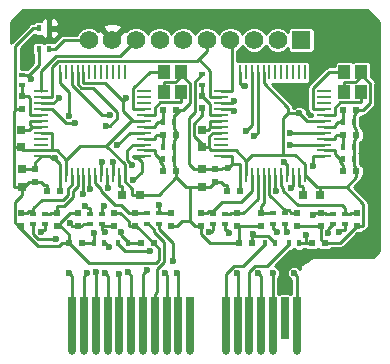
<source format=gtl>
G04 #@! TF.GenerationSoftware,KiCad,Pcbnew,5.0.0-rc2-dev-unknown-2c85de3~62~ubuntu16.04.1*
G04 #@! TF.CreationDate,2018-03-03T01:16:51+03:00*
G04 #@! TF.ProjectId,din_meter_atm90e36,64696E5F6D657465725F61746D393065,rev?*
G04 #@! TF.SameCoordinates,Original*
G04 #@! TF.FileFunction,Copper,L1,Top,Mixed*
G04 #@! TF.FilePolarity,Positive*
%FSLAX46Y46*%
G04 Gerber Fmt 4.6, Leading zero omitted, Abs format (unit mm)*
G04 Created by KiCad (PCBNEW 5.0.0-rc2-dev-unknown-2c85de3~62~ubuntu16.04.1) date Sat Mar  3 01:16:51 2018*
%MOMM*%
%LPD*%
G01*
G04 APERTURE LIST*
%ADD10C,0.650000*%
%ADD11R,0.650000X4.600000*%
%ADD12R,0.650000X3.600000*%
%ADD13R,0.600000X0.500000*%
%ADD14R,0.500000X0.600000*%
%ADD15R,0.600000X0.400000*%
%ADD16R,0.400000X0.600000*%
%ADD17C,1.575000*%
%ADD18R,1.575000X1.575000*%
%ADD19R,0.800000X0.750000*%
%ADD20R,1.000000X1.150000*%
%ADD21R,0.250000X1.300000*%
%ADD22R,1.300000X0.250000*%
%ADD23R,0.750000X0.800000*%
%ADD24C,0.600000*%
%ADD25C,0.250000*%
%ADD26C,0.254000*%
G04 APERTURE END LIST*
D10*
X136508000Y-87723000D03*
X152508000Y-87723000D03*
X151508000Y-87723000D03*
X150508000Y-87723000D03*
X149508000Y-87723000D03*
X148508000Y-87723000D03*
X135508000Y-87723000D03*
X145508000Y-87723000D03*
X144508000Y-87723000D03*
X143508000Y-87723000D03*
X142508000Y-87723000D03*
X141508000Y-87723000D03*
X140508000Y-87723000D03*
X139508000Y-87723000D03*
X138508000Y-87723000D03*
X137508000Y-87723000D03*
D11*
X149508000Y-85423000D03*
X148508000Y-85423000D03*
X154508000Y-85423000D03*
D12*
X153508000Y-84923000D03*
D11*
X152508000Y-85423000D03*
X151508000Y-85423000D03*
X150508000Y-85423000D03*
X145508000Y-85423000D03*
X144508000Y-85423000D03*
X143508000Y-85423000D03*
X142508000Y-85423000D03*
X141508000Y-85423000D03*
X140508000Y-85423000D03*
X139508000Y-85423000D03*
X138508000Y-85423000D03*
X137508000Y-85423000D03*
X136508000Y-85423000D03*
X135508000Y-85423000D03*
D10*
X154508000Y-87723000D03*
D13*
X136300000Y-78548000D03*
X135200000Y-78548000D03*
X142396000Y-78548000D03*
X141296000Y-78548000D03*
D14*
X143878000Y-75966000D03*
X143878000Y-77066000D03*
X140830000Y-77066000D03*
X140830000Y-75966000D03*
X139052000Y-77066000D03*
X139052000Y-75966000D03*
X136004000Y-75966000D03*
X136004000Y-77066000D03*
X134226000Y-75966000D03*
X134226000Y-77066000D03*
X131178000Y-77066000D03*
X131178000Y-75966000D03*
D15*
X132194000Y-76066000D03*
X132194000Y-76966000D03*
X133210000Y-76966000D03*
X133210000Y-76066000D03*
X138036000Y-76966000D03*
X138036000Y-76066000D03*
X141846000Y-76908000D03*
X141846000Y-76008000D03*
X142862000Y-76008000D03*
X142862000Y-76908000D03*
D16*
X139364000Y-78548000D03*
X140264000Y-78548000D03*
X137332000Y-78548000D03*
X138232000Y-78548000D03*
D15*
X137020000Y-76066000D03*
X137020000Y-76966000D03*
D14*
X146418000Y-75966000D03*
X146418000Y-77066000D03*
X149466000Y-77108000D03*
X149466000Y-76008000D03*
X151498000Y-75966000D03*
X151498000Y-77066000D03*
X154546000Y-77066000D03*
X154546000Y-75966000D03*
X156578000Y-75966000D03*
X156578000Y-77066000D03*
X159626000Y-77066000D03*
X159626000Y-75966000D03*
D13*
X150736000Y-78548000D03*
X149636000Y-78548000D03*
X156874000Y-78548000D03*
X155774000Y-78548000D03*
D15*
X152514000Y-76008000D03*
X152514000Y-76908000D03*
D16*
X153842000Y-78548000D03*
X154742000Y-78548000D03*
X152710000Y-78548000D03*
X151810000Y-78548000D03*
D15*
X158610000Y-76966000D03*
X158610000Y-76066000D03*
X157594000Y-76066000D03*
X157594000Y-76966000D03*
X153530000Y-76908000D03*
X153530000Y-76008000D03*
X148450000Y-76066000D03*
X148450000Y-76966000D03*
X147434000Y-76966000D03*
X147434000Y-76066000D03*
D16*
X133558000Y-62114200D03*
X132658000Y-62114200D03*
X132673000Y-60360000D03*
X133573000Y-60360000D03*
X143210000Y-70400000D03*
X144110000Y-70400000D03*
D17*
X136907000Y-61341000D03*
X138907000Y-61341000D03*
X140907000Y-61341000D03*
X142907000Y-61341000D03*
X144907000Y-61341000D03*
X146907000Y-61341000D03*
X148907000Y-61341000D03*
X150907000Y-61341000D03*
X152907000Y-61341000D03*
D18*
X154907000Y-61341000D03*
D15*
X146510000Y-64250000D03*
X146510000Y-65150000D03*
D16*
X143210000Y-71450000D03*
X144110000Y-71450000D03*
D13*
X158460000Y-72450000D03*
X159560000Y-72450000D03*
X144310000Y-69400000D03*
X143210000Y-69400000D03*
D14*
X131260000Y-67200000D03*
X131260000Y-66100000D03*
X132360000Y-72300000D03*
X132360000Y-73400000D03*
D13*
X144310000Y-67300000D03*
X143210000Y-67300000D03*
X134460000Y-74150000D03*
X133360000Y-74150000D03*
X159560000Y-67300000D03*
X158460000Y-67300000D03*
X149710000Y-74150000D03*
X148610000Y-74150000D03*
D14*
X147610000Y-72300000D03*
X147610000Y-73400000D03*
X146510000Y-66050000D03*
X146510000Y-67150000D03*
D13*
X143210000Y-72450000D03*
X144310000Y-72450000D03*
X159560000Y-69400000D03*
X158460000Y-69400000D03*
D19*
X141260000Y-74450000D03*
X139760000Y-74450000D03*
X156510000Y-74450000D03*
X155010000Y-74450000D03*
D16*
X159360000Y-71450000D03*
X158460000Y-71450000D03*
X159360000Y-70400000D03*
X158460000Y-70400000D03*
X158460000Y-68300000D03*
X159360000Y-68300000D03*
D15*
X131260000Y-64300000D03*
X131260000Y-65200000D03*
D16*
X144110000Y-68300000D03*
X143210000Y-68300000D03*
D20*
X144710000Y-65775000D03*
X144710000Y-64025000D03*
X143310000Y-64025000D03*
X143310000Y-65775000D03*
X158560000Y-65775000D03*
X158560000Y-64025000D03*
X159960000Y-64025000D03*
X159960000Y-65775000D03*
D21*
X134460000Y-72800000D03*
X134960000Y-72800000D03*
X135460000Y-72800000D03*
X135960000Y-72800000D03*
X136460000Y-72800000D03*
X136960000Y-72800000D03*
X137460000Y-72800000D03*
X137960000Y-72800000D03*
X138460000Y-72800000D03*
X138960000Y-72800000D03*
X139460000Y-72800000D03*
X139960000Y-72800000D03*
D22*
X141560000Y-71200000D03*
X141560000Y-70700000D03*
X141560000Y-70200000D03*
X141560000Y-69700000D03*
X141560000Y-69200000D03*
X141560000Y-68700000D03*
X141560000Y-68200000D03*
X141560000Y-67700000D03*
X141560000Y-67200000D03*
X141560000Y-66700000D03*
X141560000Y-66200000D03*
X141560000Y-65700000D03*
D21*
X139960000Y-64100000D03*
X139460000Y-64100000D03*
X138960000Y-64100000D03*
X138460000Y-64100000D03*
X137960000Y-64100000D03*
X137460000Y-64100000D03*
X136960000Y-64100000D03*
X136460000Y-64100000D03*
X135960000Y-64100000D03*
X135460000Y-64100000D03*
X134960000Y-64100000D03*
X134460000Y-64100000D03*
D22*
X132860000Y-65700000D03*
X132860000Y-66200000D03*
X132860000Y-66700000D03*
X132860000Y-67200000D03*
X132860000Y-67700000D03*
X132860000Y-68200000D03*
X132860000Y-68700000D03*
X132860000Y-69200000D03*
X132860000Y-69700000D03*
X132860000Y-70200000D03*
X132860000Y-70700000D03*
X132860000Y-71200000D03*
X148110000Y-71200000D03*
X148110000Y-70700000D03*
X148110000Y-70200000D03*
X148110000Y-69700000D03*
X148110000Y-69200000D03*
X148110000Y-68700000D03*
X148110000Y-68200000D03*
X148110000Y-67700000D03*
X148110000Y-67200000D03*
X148110000Y-66700000D03*
X148110000Y-66200000D03*
X148110000Y-65700000D03*
D21*
X149710000Y-64100000D03*
X150210000Y-64100000D03*
X150710000Y-64100000D03*
X151210000Y-64100000D03*
X151710000Y-64100000D03*
X152210000Y-64100000D03*
X152710000Y-64100000D03*
X153210000Y-64100000D03*
X153710000Y-64100000D03*
X154210000Y-64100000D03*
X154710000Y-64100000D03*
X155210000Y-64100000D03*
D22*
X156810000Y-65700000D03*
X156810000Y-66200000D03*
X156810000Y-66700000D03*
X156810000Y-67200000D03*
X156810000Y-67700000D03*
X156810000Y-68200000D03*
X156810000Y-68700000D03*
X156810000Y-69200000D03*
X156810000Y-69700000D03*
X156810000Y-70200000D03*
X156810000Y-70700000D03*
X156810000Y-71200000D03*
D21*
X155210000Y-72800000D03*
X154710000Y-72800000D03*
X154210000Y-72800000D03*
X153710000Y-72800000D03*
X153210000Y-72800000D03*
X152710000Y-72800000D03*
X152210000Y-72800000D03*
X151710000Y-72800000D03*
X151210000Y-72800000D03*
X150710000Y-72800000D03*
X150210000Y-72800000D03*
X149710000Y-72800000D03*
D23*
X146510000Y-72300000D03*
X146510000Y-73800000D03*
X146460000Y-70450000D03*
X146460000Y-68950000D03*
X131210000Y-70450000D03*
X131210000Y-68950000D03*
X131260000Y-72300000D03*
X131260000Y-73800000D03*
D24*
X134042000Y-71299300D03*
X148734300Y-72161600D03*
X132026000Y-64664300D03*
X149218500Y-67398600D03*
X135746200Y-68400600D03*
X134363300Y-66240400D03*
X149247700Y-66547600D03*
X154737800Y-67552600D03*
X140045200Y-66275900D03*
X139324400Y-70243200D03*
X153966200Y-69200000D03*
X153980400Y-70200000D03*
X140594600Y-71905800D03*
X155884700Y-71977300D03*
X140673800Y-73211800D03*
X138379200Y-68594300D03*
X138723100Y-67726800D03*
X135228800Y-67820800D03*
X150133900Y-65207100D03*
X150265600Y-69016400D03*
X150940800Y-69487200D03*
X154059300Y-73916100D03*
X155273600Y-77819600D03*
X153401400Y-71675200D03*
X150793100Y-77755100D03*
X152804100Y-74142900D03*
X155877600Y-76141100D03*
X147120600Y-77604956D03*
X136766000Y-81088000D03*
X135215978Y-81078165D03*
X148809000Y-77650600D03*
X137544236Y-81008286D03*
X153675100Y-77587000D03*
X140237823Y-81031676D03*
X157189300Y-77652100D03*
X139505867Y-81195253D03*
X158093100Y-77606700D03*
X138290000Y-81087992D03*
X152821900Y-77594900D03*
X149466000Y-81088000D03*
X136631300Y-75403800D03*
X136384200Y-74376500D03*
X135287800Y-76875100D03*
X138962300Y-71696200D03*
X137354500Y-77724600D03*
X138585262Y-78853987D03*
X154292000Y-81088000D03*
X142058211Y-79246423D03*
X152514010Y-81088000D03*
X139677373Y-77615473D03*
X138583900Y-73907000D03*
X138015100Y-71693200D03*
X142862000Y-75355300D03*
X141846000Y-80833978D03*
X144057745Y-80067388D03*
X137013100Y-73941500D03*
X138287200Y-77637600D03*
X151244000Y-81088000D03*
X138215800Y-75410900D03*
X143370000Y-81088000D03*
X132863900Y-77625800D03*
X144386000Y-81088000D03*
X134157000Y-78201100D03*
D25*
X148110000Y-66200000D02*
X147184700Y-66200000D01*
X132860000Y-66200000D02*
X133785300Y-66200000D01*
X147184700Y-63973200D02*
X147184700Y-66200000D01*
X146212500Y-63000900D02*
X147184700Y-63973200D01*
X146907000Y-62306400D02*
X146212500Y-63000900D01*
X146907000Y-61341000D02*
X146907000Y-62306400D01*
X133785300Y-63598700D02*
X133785300Y-66200000D01*
X134278400Y-63105600D02*
X133785300Y-63598700D01*
X146107800Y-63105600D02*
X134278400Y-63105600D01*
X146212500Y-63000900D02*
X146107800Y-63105600D01*
X134460000Y-74150000D02*
X134460000Y-73624700D01*
X134460000Y-72800000D02*
X134460000Y-73624700D01*
X132658000Y-62114200D02*
X132658000Y-62689500D01*
X131260000Y-72300000D02*
X132360000Y-72300000D01*
X132360000Y-72300000D02*
X132360000Y-71724700D01*
X132360000Y-71724700D02*
X132872400Y-71212300D01*
X132872400Y-71212300D02*
X132860000Y-71200000D01*
X147610000Y-72300000D02*
X148135300Y-72300000D01*
X146510000Y-72300000D02*
X147610000Y-72300000D01*
X148110000Y-71200000D02*
X149035300Y-71200000D01*
X132658000Y-63477300D02*
X131835300Y-64300000D01*
X132658000Y-62689500D02*
X132658000Y-63477300D01*
X146510000Y-72300000D02*
X145859700Y-72300000D01*
X148273700Y-72161600D02*
X148734300Y-72161600D01*
X148135300Y-72300000D02*
X148273700Y-72161600D01*
X145382800Y-71823100D02*
X145859700Y-72300000D01*
X145382800Y-67991600D02*
X145382800Y-71823100D01*
X145886700Y-67487700D02*
X145382800Y-67991600D01*
X145886700Y-64873300D02*
X145886700Y-67487700D01*
X146510000Y-64250000D02*
X145886700Y-64873300D01*
X134460000Y-72800000D02*
X134460000Y-71874700D01*
X132872400Y-71212400D02*
X132872400Y-71212300D01*
X133599600Y-71212400D02*
X132872400Y-71212400D01*
X133686500Y-71299300D02*
X133599600Y-71212400D01*
X134042000Y-71299300D02*
X133686500Y-71299300D01*
X134042000Y-71456700D02*
X134460000Y-71874700D01*
X134042000Y-71299300D02*
X134042000Y-71456700D01*
X149710000Y-74150000D02*
X149710000Y-72800000D01*
X149710000Y-72800000D02*
X149710000Y-71874700D01*
X149035300Y-71874700D02*
X149035300Y-71200000D01*
X149710000Y-71874700D02*
X149035300Y-71874700D01*
X149021200Y-71874700D02*
X148734300Y-72161600D01*
X149035300Y-71874700D02*
X149021200Y-71874700D01*
X131661700Y-64300000D02*
X131835300Y-64300000D01*
X131661700Y-64300000D02*
X131260000Y-64300000D01*
X131661700Y-64300000D02*
X132026000Y-64664300D01*
X149035300Y-67215400D02*
X149218500Y-67398600D01*
X149035300Y-67200000D02*
X149035300Y-67215400D01*
X148110000Y-67200000D02*
X149035300Y-67200000D01*
X132860000Y-67200000D02*
X133785300Y-67200000D01*
X134985900Y-68400600D02*
X133785300Y-67200000D01*
X135746200Y-68400600D02*
X134985900Y-68400600D01*
X148110000Y-66700000D02*
X149035300Y-66700000D01*
X133903700Y-66700000D02*
X132860000Y-66700000D01*
X134363300Y-66240400D02*
X133903700Y-66700000D01*
X149095300Y-66700000D02*
X149247700Y-66547600D01*
X149035300Y-66700000D02*
X149095300Y-66700000D01*
X136960976Y-80258976D02*
X142633128Y-80258976D01*
X142885546Y-79037546D02*
X142396000Y-78548000D01*
X142633128Y-80258976D02*
X142885546Y-80006558D01*
X142885546Y-80006558D02*
X142885546Y-79037546D01*
X135200000Y-78548000D02*
X135250000Y-78548000D01*
X135250000Y-78548000D02*
X136960976Y-80258976D01*
X132360000Y-73400000D02*
X131834700Y-73400000D01*
X132360000Y-73400000D02*
X132885300Y-73400000D01*
X159960000Y-64025000D02*
X159960000Y-64450100D01*
X159560000Y-67300000D02*
X160135300Y-67300000D01*
X144710000Y-64025000D02*
X144710000Y-64450100D01*
X156510000Y-74450000D02*
X156510000Y-73799700D01*
X159360000Y-70400000D02*
X159360000Y-69824700D01*
X159560000Y-72225300D02*
X159560000Y-72450000D01*
X159360000Y-72025300D02*
X159560000Y-72225300D01*
X159560000Y-67524700D02*
X159560000Y-67300000D01*
X159360000Y-67724700D02*
X159560000Y-67524700D01*
X159360000Y-68300000D02*
X159360000Y-67724700D01*
X146510000Y-73800000D02*
X147160300Y-73800000D01*
X159360000Y-71737600D02*
X159360000Y-72025300D01*
X159360000Y-71737600D02*
X159360000Y-71450000D01*
X159360000Y-71450000D02*
X159360000Y-70400000D01*
X159560000Y-69624700D02*
X159560000Y-69400000D01*
X159360000Y-69824700D02*
X159560000Y-69624700D01*
X159360000Y-68674700D02*
X159360000Y-68300000D01*
X159560000Y-68874700D02*
X159360000Y-68674700D01*
X159560000Y-69400000D02*
X159560000Y-68874700D01*
X156578000Y-77066000D02*
X154546000Y-77066000D01*
X134226000Y-77066000D02*
X134488700Y-77066000D01*
X135200000Y-78548000D02*
X135200000Y-78022700D01*
X136460000Y-64100000D02*
X136460000Y-65025300D01*
X144310000Y-69075300D02*
X144110000Y-68875300D01*
X144310000Y-69400000D02*
X144310000Y-69075300D01*
X144110000Y-68300000D02*
X144110000Y-68875300D01*
X144310000Y-67300000D02*
X144597700Y-67300000D01*
X144597700Y-67300000D02*
X144885300Y-67300000D01*
X144173000Y-67724700D02*
X144110000Y-67724700D01*
X144597700Y-67300000D02*
X144173000Y-67724700D01*
X144110000Y-68300000D02*
X144110000Y-67724700D01*
X144235400Y-64924700D02*
X143310000Y-64924700D01*
X144710000Y-64450100D02*
X144235400Y-64924700D01*
X143310000Y-65775000D02*
X143310000Y-64924700D01*
X148110000Y-70700000D02*
X149035300Y-70700000D01*
X155210000Y-72800000D02*
X155210000Y-71874700D01*
X151710000Y-64100000D02*
X151710000Y-65025300D01*
X155385200Y-68200000D02*
X154737800Y-67552600D01*
X156810000Y-68200000D02*
X155385200Y-68200000D01*
X160154000Y-64450100D02*
X159960000Y-64450100D01*
X160735400Y-65031500D02*
X160154000Y-64450100D01*
X160735400Y-66699900D02*
X160735400Y-65031500D01*
X160135300Y-67300000D02*
X160735400Y-66699900D01*
X159485400Y-64924700D02*
X158560000Y-64924700D01*
X159960000Y-64450100D02*
X159485400Y-64924700D01*
X158560000Y-65775000D02*
X158560000Y-64924700D01*
X141560000Y-68200000D02*
X140634700Y-68200000D01*
X139052000Y-75966000D02*
X139577300Y-75966000D01*
X144310000Y-72225300D02*
X144110000Y-72025300D01*
X144310000Y-72450000D02*
X144310000Y-72225300D01*
X144110000Y-71450000D02*
X144110000Y-72025300D01*
X147110300Y-70450000D02*
X147133600Y-70450000D01*
X147426400Y-69200000D02*
X148110000Y-69200000D01*
X147133600Y-69492800D02*
X147426400Y-69200000D01*
X147133600Y-70450000D02*
X147133600Y-69492800D01*
X147184700Y-70501100D02*
X147184700Y-70700000D01*
X147133600Y-70450000D02*
X147184700Y-70501100D01*
X148110000Y-70700000D02*
X147184700Y-70700000D01*
X149636000Y-78548000D02*
X149636000Y-78022700D01*
X156209700Y-73799700D02*
X156510000Y-73799700D01*
X155210000Y-72800000D02*
X156209700Y-73799700D01*
X159560000Y-72450000D02*
X159560000Y-72975300D01*
X159626000Y-77066000D02*
X160151300Y-77066000D01*
X160151300Y-75215400D02*
X160151300Y-77066000D01*
X158735600Y-73799700D02*
X160151300Y-75215400D01*
X156510000Y-73799700D02*
X158735600Y-73799700D01*
X158735600Y-73799700D02*
X159560000Y-72975300D01*
X147186300Y-78548000D02*
X149636000Y-78548000D01*
X146418000Y-77779700D02*
X147186300Y-78548000D01*
X146418000Y-77066000D02*
X146418000Y-77779700D01*
X158144000Y-78548000D02*
X159626000Y-77066000D01*
X156874000Y-78548000D02*
X158144000Y-78548000D01*
X156578000Y-77066000D02*
X156578000Y-77641300D01*
X156578000Y-78252000D02*
X156874000Y-78548000D01*
X156578000Y-77641300D02*
X156578000Y-78252000D01*
X140045200Y-66275900D02*
X139773900Y-66547200D01*
X138252000Y-65025300D02*
X136460000Y-65025300D01*
X139773900Y-66547200D02*
X138252000Y-65025300D01*
X139773900Y-67339200D02*
X140634700Y-68200000D01*
X139773900Y-66547200D02*
X139773900Y-67339200D01*
X131178000Y-77066000D02*
X130915400Y-77066000D01*
X140914000Y-77066000D02*
X142396000Y-78548000D01*
X140830000Y-77066000D02*
X140914000Y-77066000D01*
X153762900Y-67078200D02*
X151710000Y-65025300D01*
X153762900Y-67552600D02*
X153762900Y-67078200D01*
X153762900Y-67552600D02*
X154737800Y-67552600D01*
X154410800Y-71075500D02*
X153342800Y-71075500D01*
X155210000Y-71874700D02*
X154410800Y-71075500D01*
X140830000Y-77066000D02*
X140304700Y-77066000D01*
X140304700Y-76693400D02*
X140304700Y-77066000D01*
X139577300Y-75966000D02*
X140304700Y-76693400D01*
X134390800Y-78781900D02*
X134624700Y-78548000D01*
X132631300Y-78781900D02*
X134390800Y-78781900D01*
X130915400Y-77066000D02*
X132631300Y-78781900D01*
X135200000Y-77777300D02*
X134488700Y-77066000D01*
X135200000Y-78022700D02*
X135200000Y-77777300D01*
X136004000Y-75966000D02*
X135478700Y-75966000D01*
X134488700Y-76832600D02*
X134488700Y-77066000D01*
X135355300Y-75966000D02*
X134488700Y-76832600D01*
X135478700Y-75966000D02*
X135355300Y-75966000D01*
X135200000Y-78548000D02*
X134624700Y-78548000D01*
X132860000Y-70700000D02*
X133785300Y-70700000D01*
X132860000Y-69200000D02*
X133785300Y-69200000D01*
X133785300Y-70700000D02*
X133785300Y-69200000D01*
X145485400Y-66699900D02*
X144885300Y-67300000D01*
X145485400Y-65031500D02*
X145485400Y-66699900D01*
X144904000Y-64450100D02*
X145485400Y-65031500D01*
X144710000Y-64450100D02*
X144904000Y-64450100D01*
X133360000Y-74150000D02*
X133360000Y-73724800D01*
X133110000Y-73624700D02*
X132885300Y-73400000D01*
X133360000Y-73624700D02*
X133110000Y-73624700D01*
X133360000Y-73724800D02*
X133360000Y-73624700D01*
X134960000Y-72800000D02*
X134960000Y-71874700D01*
X135025600Y-71809100D02*
X135025600Y-71469200D01*
X134960000Y-71874700D02*
X135025600Y-71809100D01*
X134256400Y-70700000D02*
X133785300Y-70700000D01*
X135025600Y-71469200D02*
X134256400Y-70700000D01*
X146460000Y-70450000D02*
X146785200Y-70450000D01*
X146785200Y-70450000D02*
X147110300Y-70450000D01*
X145783100Y-68452200D02*
X146510000Y-67725300D01*
X145783100Y-69447900D02*
X145783100Y-68452200D01*
X146785200Y-70450000D02*
X145783100Y-69447900D01*
X146510000Y-67150000D02*
X146510000Y-67725300D01*
X147560300Y-73400000D02*
X147610000Y-73400000D01*
X147160300Y-73800000D02*
X147560300Y-73400000D01*
X148360000Y-73624700D02*
X148610000Y-73624700D01*
X148135300Y-73400000D02*
X148360000Y-73624700D01*
X147610000Y-73400000D02*
X148135300Y-73400000D01*
X148610000Y-74150000D02*
X148610000Y-73624700D01*
X149343900Y-70700000D02*
X149035300Y-70700000D01*
X150210000Y-71566100D02*
X149343900Y-70700000D01*
X150700600Y-71075500D02*
X150210000Y-71566100D01*
X153342800Y-71075500D02*
X150700600Y-71075500D01*
X150210000Y-71566100D02*
X150210000Y-72800000D01*
X130645400Y-76796000D02*
X130915400Y-77066000D01*
X130645400Y-75089900D02*
X130645400Y-76796000D01*
X131260000Y-74475300D02*
X130645400Y-75089900D01*
X131260000Y-73800000D02*
X131260000Y-74475300D01*
X131210000Y-70450000D02*
X130559700Y-70450000D01*
X131210000Y-70450000D02*
X131210000Y-70577600D01*
X131332400Y-70700000D02*
X131934700Y-70700000D01*
X131210000Y-70577600D02*
X131332400Y-70700000D01*
X132860000Y-70700000D02*
X131934700Y-70700000D01*
X144110000Y-71450000D02*
X144110000Y-70400000D01*
X144310000Y-69624700D02*
X144310000Y-69400000D01*
X144110000Y-69824700D02*
X144310000Y-69624700D01*
X144110000Y-70400000D02*
X144110000Y-69824700D01*
X150930700Y-77108000D02*
X150972700Y-77066000D01*
X149636000Y-77108000D02*
X150930700Y-77108000D01*
X149636000Y-78022700D02*
X149636000Y-77108000D01*
X149636000Y-77108000D02*
X149466000Y-77108000D01*
X151498000Y-77066000D02*
X150972700Y-77066000D01*
X131434700Y-73800000D02*
X131834700Y-73400000D01*
X131260000Y-73800000D02*
X131434700Y-73800000D01*
X131260000Y-73800000D02*
X130609700Y-73800000D01*
X130559700Y-73750000D02*
X130559700Y-70450000D01*
X130609700Y-73800000D02*
X130559700Y-73750000D01*
X130559700Y-67375000D02*
X130734700Y-67200000D01*
X130559700Y-70450000D02*
X130559700Y-67375000D01*
X131260000Y-67200000D02*
X130734700Y-67200000D01*
X130684600Y-67149900D02*
X130734700Y-67200000D01*
X130684600Y-61873100D02*
X130684600Y-67149900D01*
X132197700Y-60360000D02*
X130684600Y-61873100D01*
X132673000Y-60360000D02*
X132197700Y-60360000D01*
X146510000Y-73800000D02*
X145859700Y-73800000D01*
X146418000Y-77066000D02*
X145892700Y-77066000D01*
X143878000Y-77066000D02*
X144403300Y-77066000D01*
X140584700Y-73936500D02*
X140584700Y-74450000D01*
X139960000Y-73311800D02*
X140584700Y-73936500D01*
X139960000Y-72800000D02*
X139960000Y-73311800D01*
X145892700Y-77066000D02*
X145488000Y-76661300D01*
X144808000Y-76661300D02*
X144403300Y-77066000D01*
X145488000Y-76661300D02*
X144808000Y-76661300D01*
X141154500Y-74450000D02*
X140584700Y-74450000D01*
X141154500Y-74450000D02*
X141260000Y-74450000D01*
X142835300Y-74450000D02*
X144310000Y-72975300D01*
X141260000Y-74450000D02*
X142835300Y-74450000D01*
X144310000Y-72450000D02*
X144310000Y-72975300D01*
X145134700Y-73800000D02*
X144310000Y-72975300D01*
X145488000Y-73800000D02*
X145134700Y-73800000D01*
X145488000Y-76661300D02*
X145488000Y-73800000D01*
X145488000Y-73800000D02*
X145859700Y-73800000D01*
X139960000Y-72800000D02*
X139960000Y-71874700D01*
X140520000Y-68200000D02*
X140634700Y-68200000D01*
X138402700Y-70317300D02*
X140520000Y-68200000D01*
X138402600Y-70317300D02*
X138402700Y-70317300D01*
X136177500Y-70317300D02*
X138402600Y-70317300D01*
X135025600Y-71469200D02*
X136177500Y-70317300D01*
X138402700Y-70317300D02*
X139960000Y-71874700D01*
X153342800Y-67972700D02*
X153342800Y-71075500D01*
X153762900Y-67552600D02*
X153342800Y-67972700D01*
X142485300Y-68549400D02*
X142734700Y-68300000D01*
X142485300Y-68700000D02*
X142485300Y-68549400D01*
X141560000Y-68700000D02*
X142485300Y-68700000D01*
X143210000Y-68300000D02*
X142972400Y-68300000D01*
X142972400Y-68300000D02*
X142734700Y-68300000D01*
X143210000Y-68062400D02*
X143210000Y-67300000D01*
X142972400Y-68300000D02*
X143210000Y-68062400D01*
X131934700Y-66249400D02*
X131785300Y-66100000D01*
X131934700Y-67700000D02*
X131934700Y-66249400D01*
X132860000Y-67700000D02*
X131934700Y-67700000D01*
X131260000Y-66100000D02*
X131785300Y-66100000D01*
X131260000Y-65200000D02*
X131260000Y-66100000D01*
X142485300Y-69549400D02*
X142634700Y-69400000D01*
X142485300Y-69700000D02*
X142485300Y-69549400D01*
X143210000Y-69400000D02*
X142634700Y-69400000D01*
X141560000Y-69700000D02*
X142485300Y-69700000D01*
X143210000Y-70400000D02*
X143210000Y-69400000D01*
X143210000Y-71450000D02*
X142972400Y-71450000D01*
X142972400Y-71687100D02*
X143210000Y-71924700D01*
X142972400Y-71450000D02*
X142972400Y-71687100D01*
X143210000Y-72450000D02*
X143210000Y-71924700D01*
X142485300Y-70962900D02*
X142972400Y-71450000D01*
X142485300Y-70700000D02*
X142485300Y-70962900D01*
X141560000Y-70700000D02*
X142485300Y-70700000D01*
X157735300Y-68549400D02*
X157984700Y-68300000D01*
X157735300Y-68700000D02*
X157735300Y-68549400D01*
X156810000Y-68700000D02*
X157735300Y-68700000D01*
X158460000Y-68300000D02*
X158222400Y-68300000D01*
X158222400Y-68300000D02*
X157984700Y-68300000D01*
X158460000Y-68062400D02*
X158460000Y-67300000D01*
X158222400Y-68300000D02*
X158460000Y-68062400D01*
X148110000Y-67700000D02*
X147184700Y-67700000D01*
X146510000Y-66129000D02*
X146510000Y-66050000D01*
X147184700Y-66803700D02*
X146510000Y-66129000D01*
X147184700Y-67700000D02*
X147184700Y-66803700D01*
X146510000Y-66050000D02*
X146510000Y-65150000D01*
X157735300Y-69549400D02*
X157884700Y-69400000D01*
X157735300Y-69700000D02*
X157735300Y-69549400D01*
X158460000Y-69400000D02*
X157884700Y-69400000D01*
X156810000Y-69700000D02*
X157735300Y-69700000D01*
X158460000Y-70400000D02*
X158460000Y-69400000D01*
X158460000Y-71450000D02*
X158222400Y-71450000D01*
X158222400Y-71687100D02*
X158460000Y-71924700D01*
X158222400Y-71450000D02*
X158222400Y-71687100D01*
X158460000Y-72450000D02*
X158460000Y-71924700D01*
X157735300Y-70962900D02*
X158222400Y-71450000D01*
X157735300Y-70700000D02*
X157735300Y-70962900D01*
X156810000Y-70700000D02*
X157735300Y-70700000D01*
X148110000Y-68200000D02*
X147184700Y-68200000D01*
X148110000Y-68700000D02*
X147184700Y-68700000D01*
X146460000Y-68950000D02*
X147110300Y-68950000D01*
X147184700Y-68200000D02*
X147184700Y-68700000D01*
X147110300Y-68774400D02*
X147184700Y-68700000D01*
X147110300Y-68950000D02*
X147110300Y-68774400D01*
X157292100Y-64025000D02*
X158560000Y-64025000D01*
X155884700Y-65432400D02*
X157292100Y-64025000D01*
X155884700Y-67200000D02*
X155884700Y-65432400D01*
X156810000Y-67200000D02*
X155884700Y-67200000D01*
X158184500Y-66625300D02*
X159960000Y-66625300D01*
X157735300Y-67074500D02*
X158184500Y-66625300D01*
X157735300Y-67700000D02*
X157735300Y-67074500D01*
X156810000Y-67700000D02*
X157735300Y-67700000D01*
X159960000Y-65775000D02*
X159960000Y-66625300D01*
X140367600Y-69200000D02*
X141560000Y-69200000D01*
X139324400Y-70243200D02*
X140367600Y-69200000D01*
X153966200Y-69200000D02*
X156810000Y-69200000D01*
X141560000Y-70200000D02*
X140634700Y-70200000D01*
X140185500Y-70649200D02*
X140634700Y-70200000D01*
X140185500Y-71496700D02*
X140185500Y-70649200D01*
X140594600Y-71905800D02*
X140185500Y-71496700D01*
X156810000Y-70200000D02*
X153980400Y-70200000D01*
X141560000Y-71200000D02*
X140634700Y-71200000D01*
X156810000Y-71200000D02*
X155884700Y-71200000D01*
X155884700Y-71200000D02*
X155884700Y-71977300D01*
X140634700Y-71205300D02*
X140634700Y-71200000D01*
X140730700Y-71301300D02*
X140634700Y-71205300D01*
X141055000Y-71301300D02*
X140730700Y-71301300D01*
X141391900Y-71638200D02*
X141055000Y-71301300D01*
X141391900Y-72493700D02*
X141391900Y-71638200D01*
X140673800Y-73211800D02*
X141391900Y-72493700D01*
X154935600Y-73725300D02*
X155010000Y-73799700D01*
X154710000Y-73725300D02*
X154935600Y-73725300D01*
X155010000Y-74450000D02*
X155010000Y-73799700D01*
X154710000Y-72800000D02*
X154710000Y-73725300D01*
X139685600Y-73725300D02*
X139760000Y-73799700D01*
X139460000Y-73725300D02*
X139685600Y-73725300D01*
X139760000Y-74450000D02*
X139760000Y-73799700D01*
X139460000Y-72800000D02*
X139460000Y-73725300D01*
X142934500Y-66625300D02*
X144710000Y-66625300D01*
X142485300Y-67074500D02*
X142934500Y-66625300D01*
X142485300Y-67700000D02*
X142485300Y-67074500D01*
X141560000Y-67700000D02*
X142485300Y-67700000D01*
X144710000Y-65775000D02*
X144710000Y-66625300D01*
X142063000Y-64025000D02*
X143310000Y-64025000D01*
X140634700Y-65453300D02*
X142063000Y-64025000D01*
X140634700Y-67200000D02*
X140634700Y-65453300D01*
X141560000Y-67200000D02*
X140634700Y-67200000D01*
X132860000Y-68700000D02*
X132397400Y-68700000D01*
X132860000Y-68200000D02*
X131934700Y-68200000D01*
X131210000Y-68950000D02*
X131860300Y-68950000D01*
X131860300Y-68950000D02*
X132122400Y-68687900D01*
X132134400Y-68700000D02*
X132122400Y-68687900D01*
X132397400Y-68700000D02*
X132134400Y-68700000D01*
X131934700Y-68500300D02*
X131934700Y-68200000D01*
X132122400Y-68687900D02*
X131934700Y-68500300D01*
X139542800Y-62705200D02*
X140907000Y-61341000D01*
X134112600Y-62705200D02*
X139542800Y-62705200D01*
X132860000Y-63957800D02*
X134112600Y-62705200D01*
X132860000Y-65700000D02*
X132860000Y-63957800D01*
X149035300Y-61469300D02*
X148907000Y-61341000D01*
X149035300Y-65700000D02*
X149035300Y-61469300D01*
X148110000Y-65700000D02*
X149035300Y-65700000D01*
X135960000Y-64100000D02*
X135960000Y-65025300D01*
X138670400Y-68594300D02*
X138379200Y-68594300D01*
X139298500Y-67966200D02*
X138670400Y-68594300D01*
X139298500Y-67426700D02*
X139298500Y-67966200D01*
X137297400Y-65425600D02*
X139298500Y-67426700D01*
X136294100Y-65425600D02*
X137297400Y-65425600D01*
X135960000Y-65091500D02*
X136294100Y-65425600D01*
X135960000Y-65025300D02*
X135960000Y-65091500D01*
X135460000Y-64100000D02*
X135460000Y-65025300D01*
X138029100Y-67726800D02*
X138723100Y-67726800D01*
X135460000Y-65157700D02*
X138029100Y-67726800D01*
X135460000Y-65025300D02*
X135460000Y-65157700D01*
X135228800Y-65794100D02*
X135228800Y-67820800D01*
X134460000Y-65025300D02*
X135228800Y-65794100D01*
X134460000Y-64100000D02*
X134460000Y-65025300D01*
X149710000Y-64100000D02*
X149710000Y-65025300D01*
X149891800Y-65207100D02*
X150133900Y-65207100D01*
X149710000Y-65025300D02*
X149891800Y-65207100D01*
X150710000Y-68572000D02*
X150265600Y-69016400D01*
X150710000Y-64100000D02*
X150710000Y-68572000D01*
X151210000Y-64100000D02*
X151210000Y-65025300D01*
X151210000Y-69218000D02*
X150940800Y-69487200D01*
X151210000Y-65025300D02*
X151210000Y-69218000D01*
X154742000Y-78548000D02*
X155273600Y-78548000D01*
X155273600Y-78548000D02*
X155774000Y-78548000D01*
X155273600Y-77819600D02*
X155273600Y-78548000D01*
X154210000Y-72800000D02*
X154210000Y-73725300D01*
X154059300Y-73876000D02*
X154059300Y-73916100D01*
X154210000Y-73725300D02*
X154059300Y-73876000D01*
X150736000Y-78548000D02*
X150736000Y-78022700D01*
X153600900Y-71874700D02*
X153401400Y-71675200D01*
X153710000Y-71874700D02*
X153600900Y-71874700D01*
X150736000Y-78022700D02*
X150793200Y-77965500D01*
X152127500Y-77965500D02*
X152710000Y-78548000D01*
X150793200Y-77965500D02*
X152127500Y-77965500D01*
X150793200Y-77755100D02*
X150793200Y-77965500D01*
X150793100Y-77755100D02*
X150793200Y-77755100D01*
X153710000Y-72800000D02*
X153710000Y-71874700D01*
X159626000Y-75966000D02*
X159100700Y-75966000D01*
X159000700Y-76066000D02*
X159100700Y-75966000D01*
X158610000Y-76066000D02*
X159000700Y-76066000D01*
X158352300Y-75333000D02*
X158610000Y-75590700D01*
X154618900Y-75333000D02*
X158352300Y-75333000D01*
X153379500Y-74093600D02*
X154618900Y-75333000D01*
X153379500Y-73894800D02*
X153379500Y-74093600D01*
X153210000Y-73725300D02*
X153379500Y-73894800D01*
X153210000Y-72800000D02*
X153210000Y-73725300D01*
X158610000Y-76066000D02*
X158610000Y-75590700D01*
X156918700Y-75966000D02*
X157018700Y-76066000D01*
X156578000Y-75966000D02*
X156918700Y-75966000D01*
X157594000Y-76066000D02*
X157018700Y-76066000D01*
X156578000Y-75966000D02*
X156052700Y-75966000D01*
X155877600Y-76141100D02*
X156052700Y-75966000D01*
X152710000Y-74048800D02*
X152804100Y-74142900D01*
X152710000Y-72800000D02*
X152710000Y-74048800D01*
X153530000Y-76008000D02*
X153530000Y-75770300D01*
X154546000Y-75966000D02*
X154020700Y-75966000D01*
X153825000Y-75770300D02*
X154020700Y-75966000D01*
X153530000Y-75770300D02*
X153825000Y-75770300D01*
X152210000Y-72800000D02*
X152210000Y-73725300D01*
X152210000Y-74450300D02*
X153530000Y-75770300D01*
X152210000Y-73725300D02*
X152210000Y-74450300D01*
X151710000Y-75178700D02*
X151498000Y-75390700D01*
X151710000Y-72800000D02*
X151710000Y-75178700D01*
X151498000Y-75966000D02*
X151498000Y-75390700D01*
X152065300Y-76008000D02*
X152023300Y-75966000D01*
X152514000Y-76008000D02*
X152065300Y-76008000D01*
X151498000Y-75966000D02*
X152023300Y-75966000D01*
X148882700Y-76066000D02*
X148940700Y-76008000D01*
X148450000Y-76066000D02*
X148882700Y-76066000D01*
X149466000Y-76008000D02*
X148940700Y-76008000D01*
X151210000Y-74789300D02*
X149991300Y-76008000D01*
X151210000Y-72800000D02*
X151210000Y-74789300D01*
X149466000Y-76008000D02*
X149991300Y-76008000D01*
X147434000Y-76066000D02*
X147434000Y-75828300D01*
X147081000Y-75828300D02*
X146943300Y-75966000D01*
X147434000Y-75828300D02*
X147081000Y-75828300D01*
X146418000Y-75966000D02*
X146943300Y-75966000D01*
X148227800Y-75034500D02*
X147434000Y-75828300D01*
X149835300Y-75034500D02*
X148227800Y-75034500D01*
X150710000Y-74159800D02*
X149835300Y-75034500D01*
X150710000Y-72800000D02*
X150710000Y-74159800D01*
X134806500Y-61341000D02*
X134033300Y-62114200D01*
X136907000Y-61341000D02*
X134806500Y-61341000D01*
X133558000Y-62114200D02*
X134033300Y-62114200D01*
X134134400Y-60273900D02*
X134048300Y-60360000D01*
X137839900Y-60273900D02*
X134134400Y-60273900D01*
X138907000Y-61341000D02*
X137839900Y-60273900D01*
X133573000Y-60360000D02*
X134048300Y-60360000D01*
X147245044Y-77604956D02*
X147120600Y-77604956D01*
X147434000Y-77416000D02*
X147245044Y-77604956D01*
X147434000Y-76966000D02*
X147434000Y-77416000D01*
X136508000Y-81346000D02*
X136766000Y-81088000D01*
X136508000Y-85423000D02*
X136508000Y-81346000D01*
X135508000Y-81370187D02*
X135215978Y-81078165D01*
X135508000Y-85423000D02*
X135508000Y-81370187D01*
X148450000Y-76966000D02*
X148450000Y-77441300D01*
X148599700Y-77441300D02*
X148809000Y-77650600D01*
X148450000Y-77441300D02*
X148599700Y-77441300D01*
X137508000Y-85423000D02*
X137508000Y-81044522D01*
X137508000Y-81044522D02*
X137544236Y-81008286D01*
X153530000Y-77441900D02*
X153675100Y-77587000D01*
X153530000Y-76908000D02*
X153530000Y-77441900D01*
X140508000Y-85423000D02*
X140508000Y-81301853D01*
X140508000Y-81301853D02*
X140237823Y-81031676D01*
X157189300Y-77370700D02*
X157189300Y-77652100D01*
X157594000Y-76966000D02*
X157189300Y-77370700D01*
X139508000Y-85423000D02*
X139508000Y-81197386D01*
X139508000Y-81197386D02*
X139505867Y-81195253D01*
X158258500Y-77441300D02*
X158093100Y-77606700D01*
X158610000Y-77441300D02*
X158258500Y-77441300D01*
X158610000Y-76966000D02*
X158610000Y-77441300D01*
X151810000Y-78548000D02*
X151810000Y-78648000D01*
X148508000Y-82873000D02*
X148508000Y-85423000D01*
X149945001Y-80512999D02*
X149189999Y-80512999D01*
X151810000Y-78648000D02*
X149945001Y-80512999D01*
X149189999Y-80512999D02*
X148508000Y-81194998D01*
X148508000Y-81194998D02*
X148508000Y-82873000D01*
X150508000Y-80972998D02*
X150508000Y-82873000D01*
X150967999Y-80512999D02*
X150508000Y-80972998D01*
X151977001Y-80512999D02*
X150967999Y-80512999D01*
X150508000Y-82873000D02*
X150508000Y-85423000D01*
X153842000Y-78548000D02*
X153842000Y-78648000D01*
X153842000Y-78648000D02*
X151977001Y-80512999D01*
X138508000Y-85423000D02*
X138508000Y-81305992D01*
X138508000Y-81305992D02*
X138290000Y-81087992D01*
X152610300Y-77383300D02*
X152821900Y-77594900D01*
X152514000Y-77383300D02*
X152610300Y-77383300D01*
X152514000Y-76908000D02*
X152514000Y-77383300D01*
X149508000Y-81130000D02*
X149466000Y-81088000D01*
X149508000Y-85423000D02*
X149508000Y-81130000D01*
X137020000Y-76066000D02*
X137020000Y-75590700D01*
X136818200Y-75590700D02*
X136631300Y-75403800D01*
X137020000Y-75590700D02*
X136818200Y-75590700D01*
X135741400Y-77066000D02*
X135478700Y-77066000D01*
X135741400Y-77066000D02*
X136004000Y-77066000D01*
X136344700Y-77066000D02*
X136444700Y-76966000D01*
X136004000Y-77066000D02*
X136344700Y-77066000D01*
X137020000Y-76966000D02*
X136444700Y-76966000D01*
X135287800Y-76875100D02*
X135478700Y-77066000D01*
X136384200Y-72875800D02*
X136384200Y-74376500D01*
X136460000Y-72800000D02*
X136384200Y-72875800D01*
X136300000Y-78548000D02*
X136875300Y-78548000D01*
X137332000Y-78548000D02*
X136875300Y-78548000D01*
X138962300Y-71872400D02*
X138962300Y-71696200D01*
X138960000Y-71874700D02*
X138962300Y-71872400D01*
X137354500Y-77950200D02*
X137332000Y-77972700D01*
X137354500Y-77724600D02*
X137354500Y-77950200D01*
X137332000Y-78548000D02*
X137332000Y-77972700D01*
X138960000Y-72800000D02*
X138960000Y-71874700D01*
X138279275Y-78548000D02*
X138285263Y-78553988D01*
X138232000Y-78548000D02*
X138279275Y-78548000D01*
X138285263Y-78553988D02*
X138585262Y-78853987D01*
X154508000Y-85423000D02*
X154508000Y-81304000D01*
X154508000Y-81304000D02*
X154292000Y-81088000D01*
X139962423Y-79246423D02*
X141633947Y-79246423D01*
X139364000Y-78548000D02*
X139364000Y-78648000D01*
X141633947Y-79246423D02*
X142058211Y-79246423D01*
X139364000Y-78648000D02*
X139962423Y-79246423D01*
X152508000Y-81094010D02*
X152514010Y-81088000D01*
X152508000Y-85423000D02*
X152508000Y-81094010D01*
X140264000Y-78448000D02*
X139677373Y-77861373D01*
X140264000Y-78548000D02*
X140264000Y-78448000D01*
X139677373Y-77861373D02*
X139677373Y-77615473D01*
X141296000Y-78548000D02*
X140720700Y-78548000D01*
X140264000Y-78548000D02*
X140720700Y-78548000D01*
X138460000Y-72800000D02*
X138460000Y-73725300D01*
X138583900Y-73849200D02*
X138583900Y-73907000D01*
X138460000Y-73725300D02*
X138583900Y-73849200D01*
X137960000Y-72800000D02*
X137960000Y-71874700D01*
X138015100Y-71819600D02*
X138015100Y-71693200D01*
X137960000Y-71874700D02*
X138015100Y-71819600D01*
X143878000Y-75966000D02*
X143352700Y-75966000D01*
X142862000Y-75966000D02*
X143352700Y-75966000D01*
X142862000Y-75355300D02*
X142862000Y-75966000D01*
X142862000Y-75966000D02*
X142862000Y-76008000D01*
X141508000Y-81171978D02*
X141546001Y-81133977D01*
X141546001Y-81133977D02*
X141846000Y-80833978D01*
X141508000Y-85423000D02*
X141508000Y-81171978D01*
X142862000Y-76908000D02*
X142862000Y-77383300D01*
X144057745Y-78579045D02*
X144057745Y-79643124D01*
X142862000Y-77383300D02*
X144057745Y-78579045D01*
X144057745Y-79643124D02*
X144057745Y-80067388D01*
X142508000Y-85423000D02*
X142508000Y-82873000D01*
X143285557Y-80172247D02*
X143285557Y-78485557D01*
X142508000Y-82873000D02*
X142704982Y-82676018D01*
X142396000Y-77358000D02*
X141946000Y-76908000D01*
X141946000Y-76908000D02*
X141846000Y-76908000D01*
X142704982Y-80752822D02*
X143285557Y-80172247D01*
X142704982Y-82676018D02*
X142704982Y-80752822D01*
X142396000Y-77596000D02*
X142396000Y-77358000D01*
X143285557Y-78485557D02*
X142396000Y-77596000D01*
X141228700Y-75966000D02*
X141270700Y-76008000D01*
X140830000Y-75966000D02*
X141228700Y-75966000D01*
X141846000Y-76008000D02*
X141270700Y-76008000D01*
X139639200Y-75300500D02*
X140304700Y-75966000D01*
X139163600Y-75300500D02*
X139639200Y-75300500D01*
X137960000Y-74096900D02*
X139163600Y-75300500D01*
X137960000Y-73964300D02*
X137960000Y-74096900D01*
X137460000Y-73464300D02*
X137960000Y-73964300D01*
X137460000Y-72800000D02*
X137460000Y-73464300D01*
X140830000Y-75966000D02*
X140304700Y-75966000D01*
X139052000Y-77066000D02*
X138526700Y-77066000D01*
X138136000Y-77066000D02*
X138036000Y-76966000D01*
X138526700Y-77066000D02*
X138136000Y-77066000D01*
X138036000Y-76966000D02*
X138036000Y-77441300D01*
X138090900Y-77441300D02*
X138287200Y-77637600D01*
X138036000Y-77441300D02*
X138090900Y-77441300D01*
X136960000Y-73888400D02*
X137013100Y-73941500D01*
X136960000Y-72800000D02*
X136960000Y-73888400D01*
X151508000Y-85423000D02*
X151508000Y-81352000D01*
X151508000Y-81352000D02*
X151244000Y-81088000D01*
X138036000Y-76066000D02*
X138036000Y-75590700D01*
X138036000Y-75590700D02*
X138215800Y-75410900D01*
X143508000Y-85423000D02*
X143508000Y-81226000D01*
X143508000Y-81226000D02*
X143370000Y-81088000D01*
X133048400Y-77441300D02*
X132863900Y-77625800D01*
X133210000Y-77441300D02*
X133048400Y-77441300D01*
X133210000Y-76966000D02*
X133210000Y-77441300D01*
X134226000Y-75966000D02*
X134226000Y-75390700D01*
X135960000Y-72800000D02*
X135960000Y-73725300D01*
X133600700Y-76066000D02*
X133700700Y-75966000D01*
X133210000Y-76066000D02*
X133600700Y-76066000D01*
X134226000Y-75966000D02*
X133700700Y-75966000D01*
X134792200Y-75390700D02*
X134226000Y-75390700D01*
X135559700Y-74623200D02*
X134792200Y-75390700D01*
X135559700Y-74125600D02*
X135559700Y-74623200D01*
X135960000Y-73725300D02*
X135559700Y-74125600D01*
X132194000Y-76066000D02*
X132194000Y-75828300D01*
X132194000Y-75828300D02*
X132194000Y-75590700D01*
X131841000Y-75828300D02*
X131703300Y-75966000D01*
X132194000Y-75828300D02*
X131841000Y-75828300D01*
X131178000Y-75966000D02*
X131703300Y-75966000D01*
X132922800Y-74861900D02*
X132194000Y-75590700D01*
X134754800Y-74861900D02*
X132922800Y-74861900D01*
X135159400Y-74457300D02*
X134754800Y-74861900D01*
X135159400Y-73891100D02*
X135159400Y-74457300D01*
X135460000Y-73590500D02*
X135159400Y-73891100D01*
X135460000Y-72800000D02*
X135460000Y-73590500D01*
X144508000Y-81210000D02*
X144386000Y-81088000D01*
X144508000Y-85423000D02*
X144508000Y-81210000D01*
X132194000Y-76966000D02*
X132194000Y-77441300D01*
X132625600Y-78201100D02*
X134157000Y-78201100D01*
X132194000Y-77769500D02*
X132625600Y-78201100D01*
X132194000Y-77441300D02*
X132194000Y-77769500D01*
D26*
G36*
X161508001Y-59816515D02*
X161508000Y-79233486D01*
X160993487Y-79748000D01*
X155986654Y-79748000D01*
X155983584Y-79746785D01*
X155906883Y-79748000D01*
X155870410Y-79748000D01*
X155867254Y-79748628D01*
X155823679Y-79749318D01*
X155789586Y-79764077D01*
X155753148Y-79771325D01*
X155716910Y-79795538D01*
X155713959Y-79796816D01*
X155683979Y-79817542D01*
X155620175Y-79860175D01*
X155618340Y-79862921D01*
X154967949Y-80312563D01*
X154904176Y-80355175D01*
X154879965Y-80391410D01*
X154849638Y-80422713D01*
X154835966Y-80457259D01*
X154815326Y-80488148D01*
X154806824Y-80530891D01*
X154790785Y-80571416D01*
X154792001Y-80648150D01*
X154792001Y-80701289D01*
X154647167Y-80556455D01*
X154416718Y-80461000D01*
X154167282Y-80461000D01*
X153936833Y-80556455D01*
X153760455Y-80732833D01*
X153665000Y-80963282D01*
X153665000Y-81212718D01*
X153760455Y-81443167D01*
X153936833Y-81619545D01*
X154056001Y-81668906D01*
X154056001Y-82814856D01*
X154055411Y-82814973D01*
X154008000Y-82846652D01*
X153960589Y-82814973D01*
X153833000Y-82789594D01*
X153183000Y-82789594D01*
X153055411Y-82814973D01*
X153008000Y-82846652D01*
X152960589Y-82814973D01*
X152960000Y-82814856D01*
X152960000Y-81528722D01*
X153045555Y-81443167D01*
X153141010Y-81212718D01*
X153141010Y-80963282D01*
X153045555Y-80732833D01*
X152869177Y-80556455D01*
X152659585Y-80469639D01*
X153947819Y-79181406D01*
X154042000Y-79181406D01*
X154169589Y-79156027D01*
X154277754Y-79083754D01*
X154292000Y-79062433D01*
X154306246Y-79083754D01*
X154414411Y-79156027D01*
X154542000Y-79181406D01*
X154942000Y-79181406D01*
X155069589Y-79156027D01*
X155177754Y-79083754D01*
X155224704Y-79013487D01*
X155238246Y-79033754D01*
X155346411Y-79106027D01*
X155474000Y-79131406D01*
X156074000Y-79131406D01*
X156201589Y-79106027D01*
X156309754Y-79033754D01*
X156324000Y-79012433D01*
X156338246Y-79033754D01*
X156446411Y-79106027D01*
X156574000Y-79131406D01*
X157174000Y-79131406D01*
X157301589Y-79106027D01*
X157409754Y-79033754D01*
X157432308Y-79000000D01*
X158099482Y-79000000D01*
X158144000Y-79008855D01*
X158188518Y-79000000D01*
X158320362Y-78973775D01*
X158469874Y-78873874D01*
X158495093Y-78836131D01*
X159631818Y-77699406D01*
X159876000Y-77699406D01*
X160003589Y-77674027D01*
X160111754Y-77601754D01*
X160163409Y-77524446D01*
X160234620Y-77510282D01*
X160327662Y-77491775D01*
X160477174Y-77391874D01*
X160577075Y-77242362D01*
X160612155Y-77066000D01*
X160603300Y-77021482D01*
X160603300Y-75259917D01*
X160612155Y-75215399D01*
X160577075Y-75039038D01*
X160541051Y-74985125D01*
X160477174Y-74889526D01*
X160439434Y-74864309D01*
X159374824Y-73799700D01*
X159848133Y-73326392D01*
X159885874Y-73301174D01*
X159985775Y-73151662D01*
X160012000Y-73019818D01*
X160018446Y-72987409D01*
X160095754Y-72935754D01*
X160168027Y-72827589D01*
X160193406Y-72700000D01*
X160193406Y-72200000D01*
X160168027Y-72072411D01*
X160095754Y-71964246D01*
X159987589Y-71891973D01*
X159869825Y-71868548D01*
X159893406Y-71750000D01*
X159893406Y-71150000D01*
X159868027Y-71022411D01*
X159812000Y-70938560D01*
X159812000Y-70911440D01*
X159868027Y-70827589D01*
X159893406Y-70700000D01*
X159893406Y-70100000D01*
X159869825Y-69981452D01*
X159987589Y-69958027D01*
X160095754Y-69885754D01*
X160168027Y-69777589D01*
X160193406Y-69650000D01*
X160193406Y-69150000D01*
X160168027Y-69022411D01*
X160095754Y-68914246D01*
X160018446Y-68862591D01*
X159985775Y-68698338D01*
X159971367Y-68676775D01*
X159893406Y-68560098D01*
X159893406Y-68000000D01*
X159869825Y-67881452D01*
X159987589Y-67858027D01*
X160095754Y-67785754D01*
X160115078Y-67756833D01*
X160135300Y-67760855D01*
X160179818Y-67752000D01*
X160311662Y-67725775D01*
X160461174Y-67625874D01*
X160486393Y-67588131D01*
X161023531Y-67050993D01*
X161061274Y-67025774D01*
X161161175Y-66876262D01*
X161187400Y-66744418D01*
X161187400Y-66744417D01*
X161196255Y-66699900D01*
X161187400Y-66655382D01*
X161187400Y-65076018D01*
X161196255Y-65031500D01*
X161161175Y-64855138D01*
X161108279Y-64775974D01*
X161061274Y-64705626D01*
X161023533Y-64680408D01*
X160793406Y-64450281D01*
X160793406Y-63450000D01*
X160768027Y-63322411D01*
X160695754Y-63214246D01*
X160587589Y-63141973D01*
X160460000Y-63116594D01*
X159460000Y-63116594D01*
X159332411Y-63141973D01*
X159260000Y-63190356D01*
X159187589Y-63141973D01*
X159060000Y-63116594D01*
X158060000Y-63116594D01*
X157932411Y-63141973D01*
X157824246Y-63214246D01*
X157751973Y-63322411D01*
X157726594Y-63450000D01*
X157726594Y-63573000D01*
X157336617Y-63573000D01*
X157292099Y-63564145D01*
X157118377Y-63598700D01*
X157115738Y-63599225D01*
X156966226Y-63699126D01*
X156941009Y-63736867D01*
X155596567Y-65081309D01*
X155558827Y-65106526D01*
X155533610Y-65144266D01*
X155533609Y-65144267D01*
X155458925Y-65256039D01*
X155423845Y-65432400D01*
X155432701Y-65476922D01*
X155432700Y-67155482D01*
X155423845Y-67200000D01*
X155458925Y-67376362D01*
X155558826Y-67525874D01*
X155708338Y-67625775D01*
X155762886Y-67636625D01*
X155826594Y-67649297D01*
X155826594Y-67748000D01*
X155572425Y-67748000D01*
X155364800Y-67540376D01*
X155364800Y-67427882D01*
X155269345Y-67197433D01*
X155092967Y-67021055D01*
X154862518Y-66925600D01*
X154613082Y-66925600D01*
X154382633Y-67021055D01*
X154303088Y-67100600D01*
X154219299Y-67100600D01*
X154223755Y-67078199D01*
X154188675Y-66901838D01*
X154170225Y-66874226D01*
X154088774Y-66752326D01*
X154051034Y-66727109D01*
X152395330Y-65071406D01*
X152460000Y-65058542D01*
X152585000Y-65083406D01*
X152835000Y-65083406D01*
X152960000Y-65058542D01*
X153085000Y-65083406D01*
X153335000Y-65083406D01*
X153460000Y-65058542D01*
X153585000Y-65083406D01*
X153835000Y-65083406D01*
X153960000Y-65058542D01*
X154085000Y-65083406D01*
X154335000Y-65083406D01*
X154460000Y-65058542D01*
X154585000Y-65083406D01*
X154835000Y-65083406D01*
X154960000Y-65058542D01*
X155085000Y-65083406D01*
X155335000Y-65083406D01*
X155462589Y-65058027D01*
X155570754Y-64985754D01*
X155643027Y-64877589D01*
X155668406Y-64750000D01*
X155668406Y-63450000D01*
X155643027Y-63322411D01*
X155570754Y-63214246D01*
X155462589Y-63141973D01*
X155335000Y-63116594D01*
X155085000Y-63116594D01*
X154960000Y-63141458D01*
X154835000Y-63116594D01*
X154585000Y-63116594D01*
X154460000Y-63141458D01*
X154335000Y-63116594D01*
X154085000Y-63116594D01*
X153960000Y-63141458D01*
X153835000Y-63116594D01*
X153585000Y-63116594D01*
X153460000Y-63141458D01*
X153335000Y-63116594D01*
X153085000Y-63116594D01*
X152960000Y-63141458D01*
X152835000Y-63116594D01*
X152585000Y-63116594D01*
X152460000Y-63141458D01*
X152335000Y-63116594D01*
X152085000Y-63116594D01*
X151960000Y-63141458D01*
X151835000Y-63116594D01*
X151585000Y-63116594D01*
X151460000Y-63141458D01*
X151335000Y-63116594D01*
X151085000Y-63116594D01*
X150960000Y-63141458D01*
X150835000Y-63116594D01*
X150585000Y-63116594D01*
X150460000Y-63141458D01*
X150335000Y-63116594D01*
X150085000Y-63116594D01*
X149960000Y-63141458D01*
X149835000Y-63116594D01*
X149585000Y-63116594D01*
X149487300Y-63136028D01*
X149487300Y-62306957D01*
X149538313Y-62285827D01*
X149851827Y-61972313D01*
X149907000Y-61839114D01*
X149962173Y-61972313D01*
X150275687Y-62285827D01*
X150685312Y-62455500D01*
X151128688Y-62455500D01*
X151538313Y-62285827D01*
X151851827Y-61972313D01*
X151907000Y-61839114D01*
X151962173Y-61972313D01*
X152275687Y-62285827D01*
X152685312Y-62455500D01*
X153128688Y-62455500D01*
X153538313Y-62285827D01*
X153786094Y-62038046D01*
X153786094Y-62128500D01*
X153811473Y-62256089D01*
X153883746Y-62364254D01*
X153991911Y-62436527D01*
X154119500Y-62461906D01*
X155694500Y-62461906D01*
X155822089Y-62436527D01*
X155930254Y-62364254D01*
X156002527Y-62256089D01*
X156027906Y-62128500D01*
X156027906Y-60553500D01*
X156002527Y-60425911D01*
X155930254Y-60317746D01*
X155822089Y-60245473D01*
X155694500Y-60220094D01*
X154119500Y-60220094D01*
X153991911Y-60245473D01*
X153883746Y-60317746D01*
X153811473Y-60425911D01*
X153786094Y-60553500D01*
X153786094Y-60643954D01*
X153538313Y-60396173D01*
X153128688Y-60226500D01*
X152685312Y-60226500D01*
X152275687Y-60396173D01*
X151962173Y-60709687D01*
X151907000Y-60842886D01*
X151851827Y-60709687D01*
X151538313Y-60396173D01*
X151128688Y-60226500D01*
X150685312Y-60226500D01*
X150275687Y-60396173D01*
X149962173Y-60709687D01*
X149907000Y-60842886D01*
X149851827Y-60709687D01*
X149538313Y-60396173D01*
X149128688Y-60226500D01*
X148685312Y-60226500D01*
X148275687Y-60396173D01*
X147962173Y-60709687D01*
X147907000Y-60842886D01*
X147851827Y-60709687D01*
X147538313Y-60396173D01*
X147128688Y-60226500D01*
X146685312Y-60226500D01*
X146275687Y-60396173D01*
X145962173Y-60709687D01*
X145907000Y-60842886D01*
X145851827Y-60709687D01*
X145538313Y-60396173D01*
X145128688Y-60226500D01*
X144685312Y-60226500D01*
X144275687Y-60396173D01*
X143962173Y-60709687D01*
X143907000Y-60842886D01*
X143851827Y-60709687D01*
X143538313Y-60396173D01*
X143128688Y-60226500D01*
X142685312Y-60226500D01*
X142275687Y-60396173D01*
X141962173Y-60709687D01*
X141907000Y-60842886D01*
X141851827Y-60709687D01*
X141538313Y-60396173D01*
X141128688Y-60226500D01*
X140685312Y-60226500D01*
X140275687Y-60396173D01*
X140094080Y-60577780D01*
X139905689Y-60521916D01*
X139086605Y-61341000D01*
X139100748Y-61355143D01*
X138921143Y-61534748D01*
X138907000Y-61520605D01*
X138892858Y-61534748D01*
X138713253Y-61355143D01*
X138727395Y-61341000D01*
X137908311Y-60521916D01*
X137719920Y-60577780D01*
X137538313Y-60396173D01*
X137408280Y-60342311D01*
X138087916Y-60342311D01*
X138907000Y-61161395D01*
X139726084Y-60342311D01*
X139653486Y-60097486D01*
X139120791Y-59906476D01*
X138555548Y-59933858D01*
X138160514Y-60097486D01*
X138087916Y-60342311D01*
X137408280Y-60342311D01*
X137128688Y-60226500D01*
X136685312Y-60226500D01*
X136275687Y-60396173D01*
X135962173Y-60709687D01*
X135887899Y-60889000D01*
X134851018Y-60889000D01*
X134806500Y-60880145D01*
X134761982Y-60889000D01*
X134630138Y-60915225D01*
X134480626Y-61015126D01*
X134455408Y-61052867D01*
X133955434Y-61552842D01*
X133885589Y-61506173D01*
X133758000Y-61480794D01*
X133358000Y-61480794D01*
X133230411Y-61506173D01*
X133122246Y-61578446D01*
X133108000Y-61599767D01*
X133093754Y-61578446D01*
X132985589Y-61506173D01*
X132858000Y-61480794D01*
X132458000Y-61480794D01*
X132330411Y-61506173D01*
X132222246Y-61578446D01*
X132149973Y-61686611D01*
X132124594Y-61814200D01*
X132124594Y-62414200D01*
X132149973Y-62541789D01*
X132206001Y-62625641D01*
X132206001Y-62644979D01*
X132206000Y-62644983D01*
X132206001Y-63290075D01*
X131697488Y-63798588D01*
X131687589Y-63791973D01*
X131560000Y-63766594D01*
X131136600Y-63766594D01*
X131136600Y-62060324D01*
X132275566Y-60921358D01*
X132345411Y-60968027D01*
X132473000Y-60993406D01*
X132823782Y-60993406D01*
X132834673Y-61019699D01*
X133013302Y-61198327D01*
X133246691Y-61295000D01*
X133314250Y-61295000D01*
X133473000Y-61136250D01*
X133473000Y-60487000D01*
X133673000Y-60487000D01*
X133673000Y-61136250D01*
X133831750Y-61295000D01*
X133899309Y-61295000D01*
X134132698Y-61198327D01*
X134311327Y-61019699D01*
X134408000Y-60786310D01*
X134408000Y-60645750D01*
X134249250Y-60487000D01*
X133673000Y-60487000D01*
X133473000Y-60487000D01*
X133426000Y-60487000D01*
X133426000Y-60233000D01*
X133473000Y-60233000D01*
X133473000Y-59583750D01*
X133673000Y-59583750D01*
X133673000Y-60233000D01*
X134249250Y-60233000D01*
X134408000Y-60074250D01*
X134408000Y-59933690D01*
X134311327Y-59700301D01*
X134132698Y-59521673D01*
X133899309Y-59425000D01*
X133831750Y-59425000D01*
X133673000Y-59583750D01*
X133473000Y-59583750D01*
X133314250Y-59425000D01*
X133246691Y-59425000D01*
X133013302Y-59521673D01*
X132834673Y-59700301D01*
X132823782Y-59726594D01*
X132473000Y-59726594D01*
X132345411Y-59751973D01*
X132237246Y-59824246D01*
X132185591Y-59901554D01*
X132153182Y-59908000D01*
X132021338Y-59934225D01*
X131871826Y-60034126D01*
X131846607Y-60071869D01*
X130396469Y-61522007D01*
X130358726Y-61547226D01*
X130312000Y-61617157D01*
X130312000Y-59816513D01*
X131326514Y-58802000D01*
X160493487Y-58802000D01*
X161508001Y-59816515D01*
X161508001Y-59816515D01*
G37*
X161508001Y-59816515D02*
X161508000Y-79233486D01*
X160993487Y-79748000D01*
X155986654Y-79748000D01*
X155983584Y-79746785D01*
X155906883Y-79748000D01*
X155870410Y-79748000D01*
X155867254Y-79748628D01*
X155823679Y-79749318D01*
X155789586Y-79764077D01*
X155753148Y-79771325D01*
X155716910Y-79795538D01*
X155713959Y-79796816D01*
X155683979Y-79817542D01*
X155620175Y-79860175D01*
X155618340Y-79862921D01*
X154967949Y-80312563D01*
X154904176Y-80355175D01*
X154879965Y-80391410D01*
X154849638Y-80422713D01*
X154835966Y-80457259D01*
X154815326Y-80488148D01*
X154806824Y-80530891D01*
X154790785Y-80571416D01*
X154792001Y-80648150D01*
X154792001Y-80701289D01*
X154647167Y-80556455D01*
X154416718Y-80461000D01*
X154167282Y-80461000D01*
X153936833Y-80556455D01*
X153760455Y-80732833D01*
X153665000Y-80963282D01*
X153665000Y-81212718D01*
X153760455Y-81443167D01*
X153936833Y-81619545D01*
X154056001Y-81668906D01*
X154056001Y-82814856D01*
X154055411Y-82814973D01*
X154008000Y-82846652D01*
X153960589Y-82814973D01*
X153833000Y-82789594D01*
X153183000Y-82789594D01*
X153055411Y-82814973D01*
X153008000Y-82846652D01*
X152960589Y-82814973D01*
X152960000Y-82814856D01*
X152960000Y-81528722D01*
X153045555Y-81443167D01*
X153141010Y-81212718D01*
X153141010Y-80963282D01*
X153045555Y-80732833D01*
X152869177Y-80556455D01*
X152659585Y-80469639D01*
X153947819Y-79181406D01*
X154042000Y-79181406D01*
X154169589Y-79156027D01*
X154277754Y-79083754D01*
X154292000Y-79062433D01*
X154306246Y-79083754D01*
X154414411Y-79156027D01*
X154542000Y-79181406D01*
X154942000Y-79181406D01*
X155069589Y-79156027D01*
X155177754Y-79083754D01*
X155224704Y-79013487D01*
X155238246Y-79033754D01*
X155346411Y-79106027D01*
X155474000Y-79131406D01*
X156074000Y-79131406D01*
X156201589Y-79106027D01*
X156309754Y-79033754D01*
X156324000Y-79012433D01*
X156338246Y-79033754D01*
X156446411Y-79106027D01*
X156574000Y-79131406D01*
X157174000Y-79131406D01*
X157301589Y-79106027D01*
X157409754Y-79033754D01*
X157432308Y-79000000D01*
X158099482Y-79000000D01*
X158144000Y-79008855D01*
X158188518Y-79000000D01*
X158320362Y-78973775D01*
X158469874Y-78873874D01*
X158495093Y-78836131D01*
X159631818Y-77699406D01*
X159876000Y-77699406D01*
X160003589Y-77674027D01*
X160111754Y-77601754D01*
X160163409Y-77524446D01*
X160234620Y-77510282D01*
X160327662Y-77491775D01*
X160477174Y-77391874D01*
X160577075Y-77242362D01*
X160612155Y-77066000D01*
X160603300Y-77021482D01*
X160603300Y-75259917D01*
X160612155Y-75215399D01*
X160577075Y-75039038D01*
X160541051Y-74985125D01*
X160477174Y-74889526D01*
X160439434Y-74864309D01*
X159374824Y-73799700D01*
X159848133Y-73326392D01*
X159885874Y-73301174D01*
X159985775Y-73151662D01*
X160012000Y-73019818D01*
X160018446Y-72987409D01*
X160095754Y-72935754D01*
X160168027Y-72827589D01*
X160193406Y-72700000D01*
X160193406Y-72200000D01*
X160168027Y-72072411D01*
X160095754Y-71964246D01*
X159987589Y-71891973D01*
X159869825Y-71868548D01*
X159893406Y-71750000D01*
X159893406Y-71150000D01*
X159868027Y-71022411D01*
X159812000Y-70938560D01*
X159812000Y-70911440D01*
X159868027Y-70827589D01*
X159893406Y-70700000D01*
X159893406Y-70100000D01*
X159869825Y-69981452D01*
X159987589Y-69958027D01*
X160095754Y-69885754D01*
X160168027Y-69777589D01*
X160193406Y-69650000D01*
X160193406Y-69150000D01*
X160168027Y-69022411D01*
X160095754Y-68914246D01*
X160018446Y-68862591D01*
X159985775Y-68698338D01*
X159971367Y-68676775D01*
X159893406Y-68560098D01*
X159893406Y-68000000D01*
X159869825Y-67881452D01*
X159987589Y-67858027D01*
X160095754Y-67785754D01*
X160115078Y-67756833D01*
X160135300Y-67760855D01*
X160179818Y-67752000D01*
X160311662Y-67725775D01*
X160461174Y-67625874D01*
X160486393Y-67588131D01*
X161023531Y-67050993D01*
X161061274Y-67025774D01*
X161161175Y-66876262D01*
X161187400Y-66744418D01*
X161187400Y-66744417D01*
X161196255Y-66699900D01*
X161187400Y-66655382D01*
X161187400Y-65076018D01*
X161196255Y-65031500D01*
X161161175Y-64855138D01*
X161108279Y-64775974D01*
X161061274Y-64705626D01*
X161023533Y-64680408D01*
X160793406Y-64450281D01*
X160793406Y-63450000D01*
X160768027Y-63322411D01*
X160695754Y-63214246D01*
X160587589Y-63141973D01*
X160460000Y-63116594D01*
X159460000Y-63116594D01*
X159332411Y-63141973D01*
X159260000Y-63190356D01*
X159187589Y-63141973D01*
X159060000Y-63116594D01*
X158060000Y-63116594D01*
X157932411Y-63141973D01*
X157824246Y-63214246D01*
X157751973Y-63322411D01*
X157726594Y-63450000D01*
X157726594Y-63573000D01*
X157336617Y-63573000D01*
X157292099Y-63564145D01*
X157118377Y-63598700D01*
X157115738Y-63599225D01*
X156966226Y-63699126D01*
X156941009Y-63736867D01*
X155596567Y-65081309D01*
X155558827Y-65106526D01*
X155533610Y-65144266D01*
X155533609Y-65144267D01*
X155458925Y-65256039D01*
X155423845Y-65432400D01*
X155432701Y-65476922D01*
X155432700Y-67155482D01*
X155423845Y-67200000D01*
X155458925Y-67376362D01*
X155558826Y-67525874D01*
X155708338Y-67625775D01*
X155762886Y-67636625D01*
X155826594Y-67649297D01*
X155826594Y-67748000D01*
X155572425Y-67748000D01*
X155364800Y-67540376D01*
X155364800Y-67427882D01*
X155269345Y-67197433D01*
X155092967Y-67021055D01*
X154862518Y-66925600D01*
X154613082Y-66925600D01*
X154382633Y-67021055D01*
X154303088Y-67100600D01*
X154219299Y-67100600D01*
X154223755Y-67078199D01*
X154188675Y-66901838D01*
X154170225Y-66874226D01*
X154088774Y-66752326D01*
X154051034Y-66727109D01*
X152395330Y-65071406D01*
X152460000Y-65058542D01*
X152585000Y-65083406D01*
X152835000Y-65083406D01*
X152960000Y-65058542D01*
X153085000Y-65083406D01*
X153335000Y-65083406D01*
X153460000Y-65058542D01*
X153585000Y-65083406D01*
X153835000Y-65083406D01*
X153960000Y-65058542D01*
X154085000Y-65083406D01*
X154335000Y-65083406D01*
X154460000Y-65058542D01*
X154585000Y-65083406D01*
X154835000Y-65083406D01*
X154960000Y-65058542D01*
X155085000Y-65083406D01*
X155335000Y-65083406D01*
X155462589Y-65058027D01*
X155570754Y-64985754D01*
X155643027Y-64877589D01*
X155668406Y-64750000D01*
X155668406Y-63450000D01*
X155643027Y-63322411D01*
X155570754Y-63214246D01*
X155462589Y-63141973D01*
X155335000Y-63116594D01*
X155085000Y-63116594D01*
X154960000Y-63141458D01*
X154835000Y-63116594D01*
X154585000Y-63116594D01*
X154460000Y-63141458D01*
X154335000Y-63116594D01*
X154085000Y-63116594D01*
X153960000Y-63141458D01*
X153835000Y-63116594D01*
X153585000Y-63116594D01*
X153460000Y-63141458D01*
X153335000Y-63116594D01*
X153085000Y-63116594D01*
X152960000Y-63141458D01*
X152835000Y-63116594D01*
X152585000Y-63116594D01*
X152460000Y-63141458D01*
X152335000Y-63116594D01*
X152085000Y-63116594D01*
X151960000Y-63141458D01*
X151835000Y-63116594D01*
X151585000Y-63116594D01*
X151460000Y-63141458D01*
X151335000Y-63116594D01*
X151085000Y-63116594D01*
X150960000Y-63141458D01*
X150835000Y-63116594D01*
X150585000Y-63116594D01*
X150460000Y-63141458D01*
X150335000Y-63116594D01*
X150085000Y-63116594D01*
X149960000Y-63141458D01*
X149835000Y-63116594D01*
X149585000Y-63116594D01*
X149487300Y-63136028D01*
X149487300Y-62306957D01*
X149538313Y-62285827D01*
X149851827Y-61972313D01*
X149907000Y-61839114D01*
X149962173Y-61972313D01*
X150275687Y-62285827D01*
X150685312Y-62455500D01*
X151128688Y-62455500D01*
X151538313Y-62285827D01*
X151851827Y-61972313D01*
X151907000Y-61839114D01*
X151962173Y-61972313D01*
X152275687Y-62285827D01*
X152685312Y-62455500D01*
X153128688Y-62455500D01*
X153538313Y-62285827D01*
X153786094Y-62038046D01*
X153786094Y-62128500D01*
X153811473Y-62256089D01*
X153883746Y-62364254D01*
X153991911Y-62436527D01*
X154119500Y-62461906D01*
X155694500Y-62461906D01*
X155822089Y-62436527D01*
X155930254Y-62364254D01*
X156002527Y-62256089D01*
X156027906Y-62128500D01*
X156027906Y-60553500D01*
X156002527Y-60425911D01*
X155930254Y-60317746D01*
X155822089Y-60245473D01*
X155694500Y-60220094D01*
X154119500Y-60220094D01*
X153991911Y-60245473D01*
X153883746Y-60317746D01*
X153811473Y-60425911D01*
X153786094Y-60553500D01*
X153786094Y-60643954D01*
X153538313Y-60396173D01*
X153128688Y-60226500D01*
X152685312Y-60226500D01*
X152275687Y-60396173D01*
X151962173Y-60709687D01*
X151907000Y-60842886D01*
X151851827Y-60709687D01*
X151538313Y-60396173D01*
X151128688Y-60226500D01*
X150685312Y-60226500D01*
X150275687Y-60396173D01*
X149962173Y-60709687D01*
X149907000Y-60842886D01*
X149851827Y-60709687D01*
X149538313Y-60396173D01*
X149128688Y-60226500D01*
X148685312Y-60226500D01*
X148275687Y-60396173D01*
X147962173Y-60709687D01*
X147907000Y-60842886D01*
X147851827Y-60709687D01*
X147538313Y-60396173D01*
X147128688Y-60226500D01*
X146685312Y-60226500D01*
X146275687Y-60396173D01*
X145962173Y-60709687D01*
X145907000Y-60842886D01*
X145851827Y-60709687D01*
X145538313Y-60396173D01*
X145128688Y-60226500D01*
X144685312Y-60226500D01*
X144275687Y-60396173D01*
X143962173Y-60709687D01*
X143907000Y-60842886D01*
X143851827Y-60709687D01*
X143538313Y-60396173D01*
X143128688Y-60226500D01*
X142685312Y-60226500D01*
X142275687Y-60396173D01*
X141962173Y-60709687D01*
X141907000Y-60842886D01*
X141851827Y-60709687D01*
X141538313Y-60396173D01*
X141128688Y-60226500D01*
X140685312Y-60226500D01*
X140275687Y-60396173D01*
X140094080Y-60577780D01*
X139905689Y-60521916D01*
X139086605Y-61341000D01*
X139100748Y-61355143D01*
X138921143Y-61534748D01*
X138907000Y-61520605D01*
X138892858Y-61534748D01*
X138713253Y-61355143D01*
X138727395Y-61341000D01*
X137908311Y-60521916D01*
X137719920Y-60577780D01*
X137538313Y-60396173D01*
X137408280Y-60342311D01*
X138087916Y-60342311D01*
X138907000Y-61161395D01*
X139726084Y-60342311D01*
X139653486Y-60097486D01*
X139120791Y-59906476D01*
X138555548Y-59933858D01*
X138160514Y-60097486D01*
X138087916Y-60342311D01*
X137408280Y-60342311D01*
X137128688Y-60226500D01*
X136685312Y-60226500D01*
X136275687Y-60396173D01*
X135962173Y-60709687D01*
X135887899Y-60889000D01*
X134851018Y-60889000D01*
X134806500Y-60880145D01*
X134761982Y-60889000D01*
X134630138Y-60915225D01*
X134480626Y-61015126D01*
X134455408Y-61052867D01*
X133955434Y-61552842D01*
X133885589Y-61506173D01*
X133758000Y-61480794D01*
X133358000Y-61480794D01*
X133230411Y-61506173D01*
X133122246Y-61578446D01*
X133108000Y-61599767D01*
X133093754Y-61578446D01*
X132985589Y-61506173D01*
X132858000Y-61480794D01*
X132458000Y-61480794D01*
X132330411Y-61506173D01*
X132222246Y-61578446D01*
X132149973Y-61686611D01*
X132124594Y-61814200D01*
X132124594Y-62414200D01*
X132149973Y-62541789D01*
X132206001Y-62625641D01*
X132206001Y-62644979D01*
X132206000Y-62644983D01*
X132206001Y-63290075D01*
X131697488Y-63798588D01*
X131687589Y-63791973D01*
X131560000Y-63766594D01*
X131136600Y-63766594D01*
X131136600Y-62060324D01*
X132275566Y-60921358D01*
X132345411Y-60968027D01*
X132473000Y-60993406D01*
X132823782Y-60993406D01*
X132834673Y-61019699D01*
X133013302Y-61198327D01*
X133246691Y-61295000D01*
X133314250Y-61295000D01*
X133473000Y-61136250D01*
X133473000Y-60487000D01*
X133673000Y-60487000D01*
X133673000Y-61136250D01*
X133831750Y-61295000D01*
X133899309Y-61295000D01*
X134132698Y-61198327D01*
X134311327Y-61019699D01*
X134408000Y-60786310D01*
X134408000Y-60645750D01*
X134249250Y-60487000D01*
X133673000Y-60487000D01*
X133473000Y-60487000D01*
X133426000Y-60487000D01*
X133426000Y-60233000D01*
X133473000Y-60233000D01*
X133473000Y-59583750D01*
X133673000Y-59583750D01*
X133673000Y-60233000D01*
X134249250Y-60233000D01*
X134408000Y-60074250D01*
X134408000Y-59933690D01*
X134311327Y-59700301D01*
X134132698Y-59521673D01*
X133899309Y-59425000D01*
X133831750Y-59425000D01*
X133673000Y-59583750D01*
X133473000Y-59583750D01*
X133314250Y-59425000D01*
X133246691Y-59425000D01*
X133013302Y-59521673D01*
X132834673Y-59700301D01*
X132823782Y-59726594D01*
X132473000Y-59726594D01*
X132345411Y-59751973D01*
X132237246Y-59824246D01*
X132185591Y-59901554D01*
X132153182Y-59908000D01*
X132021338Y-59934225D01*
X131871826Y-60034126D01*
X131846607Y-60071869D01*
X130396469Y-61522007D01*
X130358726Y-61547226D01*
X130312000Y-61617157D01*
X130312000Y-59816513D01*
X131326514Y-58802000D01*
X160493487Y-58802000D01*
X161508001Y-59816515D01*
M02*

</source>
